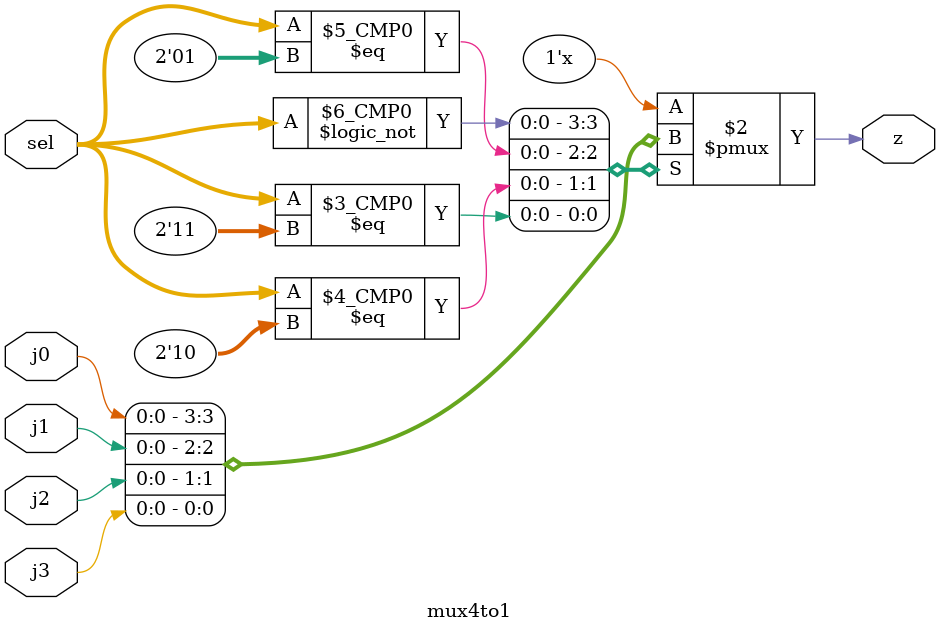
<source format=v>
module mux4to1(input j0,j1,j2,j3,
               input [1:0]sel,
               output reg z);
  always @(*) begin
    case(sel)
      2'h0: z=j0;
      2'h1: z=j1;
      2'h2: z=j2;
      2'h3: z=j3;
    endcase
  end
endmodule
    

</source>
